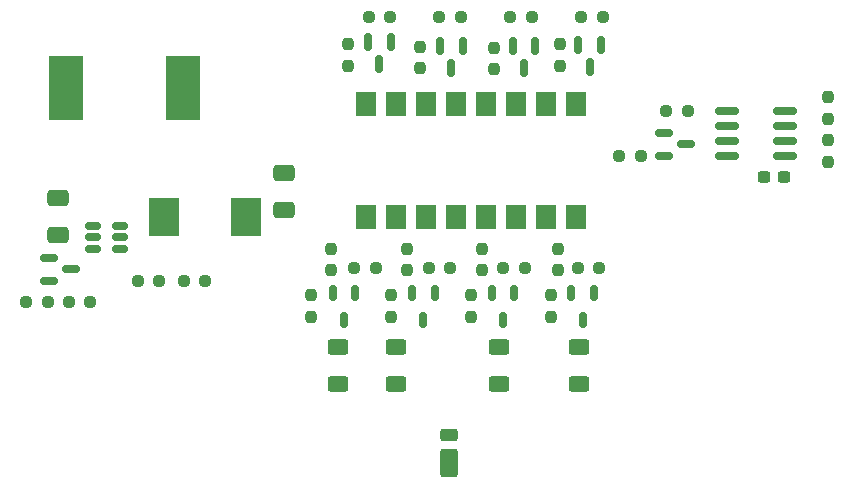
<source format=gbr>
%TF.GenerationSoftware,KiCad,Pcbnew,9.0.4*%
%TF.CreationDate,2025-09-18T14:16:59+03:00*%
%TF.ProjectId,HidroNode_Project,48696472-6f4e-46f6-9465-5f50726f6a65,rev?*%
%TF.SameCoordinates,Original*%
%TF.FileFunction,Paste,Bot*%
%TF.FilePolarity,Positive*%
%FSLAX46Y46*%
G04 Gerber Fmt 4.6, Leading zero omitted, Abs format (unit mm)*
G04 Created by KiCad (PCBNEW 9.0.4) date 2025-09-18 14:16:59*
%MOMM*%
%LPD*%
G01*
G04 APERTURE LIST*
G04 Aperture macros list*
%AMRoundRect*
0 Rectangle with rounded corners*
0 $1 Rounding radius*
0 $2 $3 $4 $5 $6 $7 $8 $9 X,Y pos of 4 corners*
0 Add a 4 corners polygon primitive as box body*
4,1,4,$2,$3,$4,$5,$6,$7,$8,$9,$2,$3,0*
0 Add four circle primitives for the rounded corners*
1,1,$1+$1,$2,$3*
1,1,$1+$1,$4,$5*
1,1,$1+$1,$6,$7*
1,1,$1+$1,$8,$9*
0 Add four rect primitives between the rounded corners*
20,1,$1+$1,$2,$3,$4,$5,0*
20,1,$1+$1,$4,$5,$6,$7,0*
20,1,$1+$1,$6,$7,$8,$9,0*
20,1,$1+$1,$8,$9,$2,$3,0*%
G04 Aperture macros list end*
%ADD10RoundRect,0.237500X-0.237500X0.250000X-0.237500X-0.250000X0.237500X-0.250000X0.237500X0.250000X0*%
%ADD11RoundRect,0.237500X0.250000X0.237500X-0.250000X0.237500X-0.250000X-0.237500X0.250000X-0.237500X0*%
%ADD12RoundRect,0.237500X-0.250000X-0.237500X0.250000X-0.237500X0.250000X0.237500X-0.250000X0.237500X0*%
%ADD13RoundRect,0.150000X-0.150000X0.587500X-0.150000X-0.587500X0.150000X-0.587500X0.150000X0.587500X0*%
%ADD14RoundRect,0.250000X-0.650000X0.412500X-0.650000X-0.412500X0.650000X-0.412500X0.650000X0.412500X0*%
%ADD15RoundRect,0.250000X0.625000X-0.400000X0.625000X0.400000X-0.625000X0.400000X-0.625000X-0.400000X0*%
%ADD16RoundRect,0.150000X-0.150000X0.512500X-0.150000X-0.512500X0.150000X-0.512500X0.150000X0.512500X0*%
%ADD17RoundRect,0.150000X-0.825000X-0.150000X0.825000X-0.150000X0.825000X0.150000X-0.825000X0.150000X0*%
%ADD18RoundRect,0.237500X0.300000X0.237500X-0.300000X0.237500X-0.300000X-0.237500X0.300000X-0.237500X0*%
%ADD19R,2.500000X3.300000*%
%ADD20R,2.900000X5.400000*%
%ADD21R,1.780000X2.000000*%
%ADD22RoundRect,0.250000X-0.500000X0.950000X-0.500000X-0.950000X0.500000X-0.950000X0.500000X0.950000X0*%
%ADD23RoundRect,0.250000X-0.500000X0.275000X-0.500000X-0.275000X0.500000X-0.275000X0.500000X0.275000X0*%
%ADD24RoundRect,0.150000X-0.587500X-0.150000X0.587500X-0.150000X0.587500X0.150000X-0.587500X0.150000X0*%
%ADD25RoundRect,0.150000X0.512500X0.150000X-0.512500X0.150000X-0.512500X-0.150000X0.512500X-0.150000X0*%
G04 APERTURE END LIST*
D10*
%TO.C,R30*%
X97900000Y-54875000D03*
X97900000Y-56700000D03*
%TD*%
%TO.C,R32*%
X96900000Y-71875000D03*
X96900000Y-73700000D03*
%TD*%
%TO.C,R25*%
X82391666Y-75825000D03*
X82391666Y-77650000D03*
%TD*%
D11*
%TO.C,R44*%
X63712500Y-76400000D03*
X61887500Y-76400000D03*
%TD*%
%TO.C,R16*%
X95112500Y-52300000D03*
X93287500Y-52300000D03*
%TD*%
D12*
%TO.C,R23*%
X86087500Y-73500000D03*
X87912500Y-73500000D03*
%TD*%
D10*
%TO.C,R19*%
X85500000Y-54587500D03*
X85500000Y-56412500D03*
%TD*%
%TO.C,R24*%
X89164444Y-75825000D03*
X89164444Y-77650000D03*
%TD*%
D12*
%TO.C,R35*%
X105000000Y-73500000D03*
X106825000Y-73500000D03*
%TD*%
D13*
%TO.C,Q2*%
X87250000Y-54362500D03*
X89150000Y-54362500D03*
X88200000Y-56237500D03*
%TD*%
%TO.C,Q1*%
X93350000Y-54725000D03*
X95250000Y-54725000D03*
X94300000Y-56600000D03*
%TD*%
D10*
%TO.C,R31*%
X103500000Y-54587500D03*
X103500000Y-56412500D03*
%TD*%
D12*
%TO.C,R43*%
X58287500Y-76400000D03*
X60112500Y-76400000D03*
%TD*%
D13*
%TO.C,Q6*%
X105050000Y-54662500D03*
X106950000Y-54662500D03*
X106000000Y-56537500D03*
%TD*%
D12*
%TO.C,R22*%
X92391667Y-73500000D03*
X94216667Y-73500000D03*
%TD*%
D11*
%TO.C,R45*%
X73450000Y-74590000D03*
X71625000Y-74590000D03*
%TD*%
D12*
%TO.C,R51*%
X112487500Y-60200000D03*
X114312500Y-60200000D03*
%TD*%
D11*
%TO.C,R29*%
X107112500Y-52300000D03*
X105287500Y-52300000D03*
%TD*%
D14*
%TO.C,C18*%
X61000000Y-67637500D03*
X61000000Y-70762500D03*
%TD*%
D15*
%TO.C,R26*%
X89600000Y-83350000D03*
X89600000Y-80250000D03*
%TD*%
D16*
%TO.C,Q3*%
X90975000Y-75650000D03*
X92875000Y-75650000D03*
X91925000Y-77925000D03*
%TD*%
D17*
%TO.C,U10*%
X117600000Y-64070000D03*
X117600000Y-62800000D03*
X117600000Y-61530000D03*
X117600000Y-60260000D03*
X122550000Y-60260000D03*
X122550000Y-61530000D03*
X122550000Y-62800000D03*
X122550000Y-64070000D03*
%TD*%
D15*
%TO.C,R27*%
X84700000Y-83350000D03*
X84700000Y-80250000D03*
%TD*%
D18*
%TO.C,C24*%
X122462500Y-65800000D03*
X120737500Y-65800000D03*
%TD*%
D10*
%TO.C,R18*%
X91600000Y-54787500D03*
X91600000Y-56612500D03*
%TD*%
%TO.C,R33*%
X103300000Y-71875000D03*
X103300000Y-73700000D03*
%TD*%
D19*
%TO.C,D10*%
X70000000Y-69200000D03*
X76900000Y-69190000D03*
%TD*%
D20*
%TO.C,L3*%
X61650000Y-58300000D03*
X71550000Y-58300000D03*
%TD*%
D21*
%TO.C,U6*%
X87100000Y-59670000D03*
X89640000Y-59670000D03*
X92180000Y-59670000D03*
X94720000Y-59670000D03*
X97260000Y-59670000D03*
X99800000Y-59670000D03*
X102340000Y-59670000D03*
X104880000Y-59670000D03*
X104880000Y-69200000D03*
X102340000Y-69200000D03*
X99800000Y-69200000D03*
X97260000Y-69200000D03*
X94720000Y-69200000D03*
X92180000Y-69200000D03*
X89640000Y-69200000D03*
X87100000Y-69200000D03*
%TD*%
D10*
%TO.C,R53*%
X126200000Y-62687500D03*
X126200000Y-64512500D03*
%TD*%
%TO.C,R37*%
X102710000Y-75825000D03*
X102710000Y-77650000D03*
%TD*%
D22*
%TO.C,D6*%
X94100000Y-90050000D03*
D23*
X94100000Y-87675000D03*
%TD*%
D13*
%TO.C,Q5*%
X99500000Y-54700000D03*
X101400000Y-54700000D03*
X100450000Y-56575000D03*
%TD*%
D12*
%TO.C,R34*%
X98695833Y-73500000D03*
X100520833Y-73500000D03*
%TD*%
D16*
%TO.C,Q4*%
X84237500Y-75650000D03*
X86137500Y-75650000D03*
X85187500Y-77925000D03*
%TD*%
D10*
%TO.C,R21*%
X84100000Y-71875000D03*
X84100000Y-73700000D03*
%TD*%
%TO.C,R20*%
X90500000Y-71875000D03*
X90500000Y-73700000D03*
%TD*%
D16*
%TO.C,Q8*%
X104450000Y-75650000D03*
X106350000Y-75650000D03*
X105400000Y-77925000D03*
%TD*%
D24*
%TO.C,Q10*%
X112325000Y-64000000D03*
X112325000Y-62100000D03*
X114200000Y-63050000D03*
%TD*%
D12*
%TO.C,R50*%
X108487500Y-64000000D03*
X110312500Y-64000000D03*
%TD*%
D11*
%TO.C,R28*%
X101112500Y-52300000D03*
X99287500Y-52300000D03*
%TD*%
%TO.C,R46*%
X69562500Y-74590000D03*
X67737500Y-74590000D03*
%TD*%
D16*
%TO.C,Q7*%
X97712500Y-75650000D03*
X99612500Y-75650000D03*
X98662500Y-77925000D03*
%TD*%
D15*
%TO.C,R39*%
X105100000Y-83350000D03*
X105100000Y-80250000D03*
%TD*%
D14*
%TO.C,C23*%
X80100000Y-65475000D03*
X80100000Y-68600000D03*
%TD*%
D11*
%TO.C,R17*%
X89112500Y-52300000D03*
X87287500Y-52300000D03*
%TD*%
D10*
%TO.C,R36*%
X95937222Y-75825000D03*
X95937222Y-77650000D03*
%TD*%
%TO.C,R52*%
X126200000Y-59087500D03*
X126200000Y-60912500D03*
%TD*%
D15*
%TO.C,R38*%
X98300000Y-83350000D03*
X98300000Y-80250000D03*
%TD*%
D25*
%TO.C,U9*%
X66250000Y-69990000D03*
X66250000Y-70940000D03*
X66250000Y-71890000D03*
X63975000Y-71890000D03*
X63975000Y-70940000D03*
X63975000Y-69990000D03*
%TD*%
D24*
%TO.C,Q9*%
X60200000Y-74600000D03*
X60200000Y-72700000D03*
X62075000Y-73650000D03*
%TD*%
M02*

</source>
